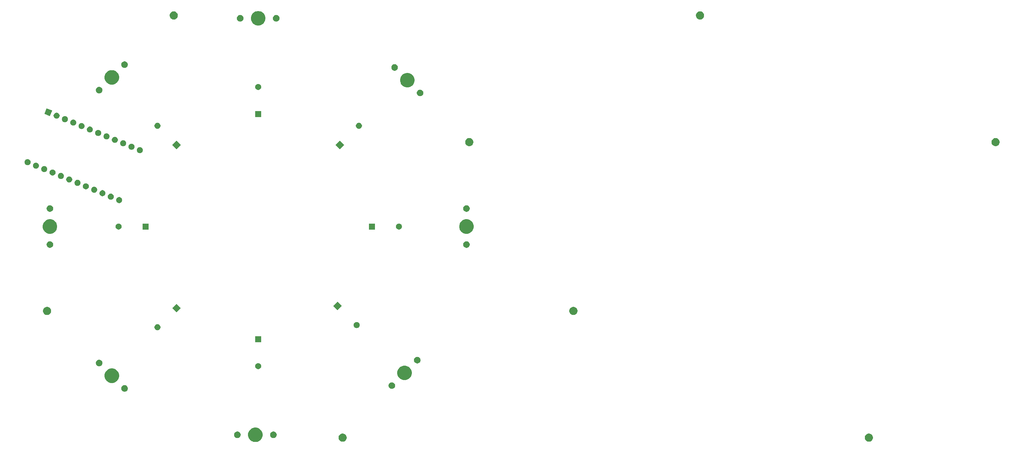
<source format=gbr>
G04 #@! TF.GenerationSoftware,KiCad,Pcbnew,(5.1.5)-3*
G04 #@! TF.CreationDate,2020-04-04T14:42:27-04:00*
G04 #@! TF.ProjectId,OctoPad,4f63746f-5061-4642-9e6b-696361645f70,rev?*
G04 #@! TF.SameCoordinates,Original*
G04 #@! TF.FileFunction,Soldermask,Top*
G04 #@! TF.FilePolarity,Negative*
%FSLAX46Y46*%
G04 Gerber Fmt 4.6, Leading zero omitted, Abs format (unit mm)*
G04 Created by KiCad (PCBNEW (5.1.5)-3) date 2020-04-04 14:42:27*
%MOMM*%
%LPD*%
G04 APERTURE LIST*
%ADD10C,0.100000*%
G04 APERTURE END LIST*
D10*
G36*
X159346474Y-171071184D02*
G01*
X159564474Y-171161483D01*
X159718623Y-171225333D01*
X160053548Y-171449123D01*
X160338377Y-171733952D01*
X160562167Y-172068877D01*
X160594562Y-172147086D01*
X160716316Y-172441026D01*
X160794900Y-172836094D01*
X160794900Y-173238906D01*
X160716316Y-173633974D01*
X160665451Y-173756772D01*
X160562167Y-174006123D01*
X160338377Y-174341048D01*
X160053548Y-174625877D01*
X159718623Y-174849667D01*
X159564474Y-174913517D01*
X159346474Y-175003816D01*
X158951406Y-175082400D01*
X158548594Y-175082400D01*
X158153526Y-175003816D01*
X157935526Y-174913517D01*
X157781377Y-174849667D01*
X157446452Y-174625877D01*
X157161623Y-174341048D01*
X156937833Y-174006123D01*
X156834549Y-173756772D01*
X156783684Y-173633974D01*
X156705100Y-173238906D01*
X156705100Y-172836094D01*
X156783684Y-172441026D01*
X156905438Y-172147086D01*
X156937833Y-172068877D01*
X157161623Y-171733952D01*
X157446452Y-171449123D01*
X157781377Y-171225333D01*
X157935526Y-171161483D01*
X158153526Y-171071184D01*
X158548594Y-170992600D01*
X158951406Y-170992600D01*
X159346474Y-171071184D01*
G37*
G36*
X332012049Y-172702366D02*
G01*
X332123234Y-172724482D01*
X332332703Y-172811247D01*
X332521220Y-172937210D01*
X332681540Y-173097530D01*
X332776004Y-173238906D01*
X332807504Y-173286049D01*
X332894268Y-173495517D01*
X332938500Y-173717885D01*
X332938500Y-173944615D01*
X332926265Y-174006122D01*
X332894268Y-174166984D01*
X332807503Y-174376453D01*
X332681540Y-174564970D01*
X332521220Y-174725290D01*
X332332703Y-174851253D01*
X332123234Y-174938018D01*
X332012049Y-174960134D01*
X331900865Y-174982250D01*
X331674135Y-174982250D01*
X331562951Y-174960134D01*
X331451766Y-174938018D01*
X331242297Y-174851253D01*
X331053780Y-174725290D01*
X330893460Y-174564970D01*
X330767497Y-174376453D01*
X330680732Y-174166984D01*
X330648735Y-174006122D01*
X330636500Y-173944615D01*
X330636500Y-173717885D01*
X330680732Y-173495517D01*
X330767496Y-173286049D01*
X330798996Y-173238906D01*
X330893460Y-173097530D01*
X331053780Y-172937210D01*
X331242297Y-172811247D01*
X331451766Y-172724482D01*
X331562951Y-172702366D01*
X331674135Y-172680250D01*
X331900865Y-172680250D01*
X332012049Y-172702366D01*
G37*
G36*
X183580799Y-172702366D02*
G01*
X183691984Y-172724482D01*
X183901453Y-172811247D01*
X184089970Y-172937210D01*
X184250290Y-173097530D01*
X184344754Y-173238906D01*
X184376254Y-173286049D01*
X184463018Y-173495517D01*
X184507250Y-173717885D01*
X184507250Y-173944615D01*
X184495015Y-174006122D01*
X184463018Y-174166984D01*
X184376253Y-174376453D01*
X184250290Y-174564970D01*
X184089970Y-174725290D01*
X183901453Y-174851253D01*
X183691984Y-174938018D01*
X183580799Y-174960134D01*
X183469615Y-174982250D01*
X183242885Y-174982250D01*
X183131701Y-174960134D01*
X183020516Y-174938018D01*
X182811047Y-174851253D01*
X182622530Y-174725290D01*
X182462210Y-174564970D01*
X182336247Y-174376453D01*
X182249482Y-174166984D01*
X182217485Y-174006122D01*
X182205250Y-173944615D01*
X182205250Y-173717885D01*
X182249482Y-173495517D01*
X182336246Y-173286049D01*
X182367746Y-173238906D01*
X182462210Y-173097530D01*
X182622530Y-172937210D01*
X182811047Y-172811247D01*
X183020516Y-172724482D01*
X183131701Y-172702366D01*
X183242885Y-172680250D01*
X183469615Y-172680250D01*
X183580799Y-172702366D01*
G37*
G36*
X153940104Y-172147085D02*
G01*
X154108626Y-172216889D01*
X154260291Y-172318228D01*
X154389272Y-172447209D01*
X154490611Y-172598874D01*
X154560415Y-172767396D01*
X154596000Y-172946297D01*
X154596000Y-173128703D01*
X154560415Y-173307604D01*
X154490611Y-173476126D01*
X154389272Y-173627791D01*
X154260291Y-173756772D01*
X154108626Y-173858111D01*
X153940104Y-173927915D01*
X153761203Y-173963500D01*
X153578797Y-173963500D01*
X153399896Y-173927915D01*
X153231374Y-173858111D01*
X153079709Y-173756772D01*
X152950728Y-173627791D01*
X152849389Y-173476126D01*
X152779585Y-173307604D01*
X152744000Y-173128703D01*
X152744000Y-172946297D01*
X152779585Y-172767396D01*
X152849389Y-172598874D01*
X152950728Y-172447209D01*
X153079709Y-172318228D01*
X153231374Y-172216889D01*
X153399896Y-172147085D01*
X153578797Y-172111500D01*
X153761203Y-172111500D01*
X153940104Y-172147085D01*
G37*
G36*
X164100104Y-172147085D02*
G01*
X164268626Y-172216889D01*
X164420291Y-172318228D01*
X164549272Y-172447209D01*
X164650611Y-172598874D01*
X164720415Y-172767396D01*
X164756000Y-172946297D01*
X164756000Y-173128703D01*
X164720415Y-173307604D01*
X164650611Y-173476126D01*
X164549272Y-173627791D01*
X164420291Y-173756772D01*
X164268626Y-173858111D01*
X164100104Y-173927915D01*
X163921203Y-173963500D01*
X163738797Y-173963500D01*
X163559896Y-173927915D01*
X163391374Y-173858111D01*
X163239709Y-173756772D01*
X163110728Y-173627791D01*
X163009389Y-173476126D01*
X162939585Y-173307604D01*
X162904000Y-173128703D01*
X162904000Y-172946297D01*
X162939585Y-172767396D01*
X163009389Y-172598874D01*
X163110728Y-172447209D01*
X163239709Y-172318228D01*
X163391374Y-172216889D01*
X163559896Y-172147085D01*
X163738797Y-172111500D01*
X163921203Y-172111500D01*
X164100104Y-172147085D01*
G37*
G36*
X122130956Y-159070437D02*
G01*
X122299478Y-159140241D01*
X122451143Y-159241580D01*
X122580124Y-159370561D01*
X122681463Y-159522226D01*
X122751267Y-159690748D01*
X122786852Y-159869649D01*
X122786852Y-160052055D01*
X122751267Y-160230956D01*
X122681463Y-160399478D01*
X122580124Y-160551143D01*
X122451143Y-160680124D01*
X122299478Y-160781463D01*
X122130956Y-160851267D01*
X121952055Y-160886852D01*
X121769649Y-160886852D01*
X121590748Y-160851267D01*
X121422226Y-160781463D01*
X121270561Y-160680124D01*
X121141580Y-160551143D01*
X121040241Y-160399478D01*
X120970437Y-160230956D01*
X120934852Y-160052055D01*
X120934852Y-159869649D01*
X120970437Y-159690748D01*
X121040241Y-159522226D01*
X121141580Y-159370561D01*
X121270561Y-159241580D01*
X121422226Y-159140241D01*
X121590748Y-159070437D01*
X121769649Y-159034852D01*
X121952055Y-159034852D01*
X122130956Y-159070437D01*
G37*
G36*
X197496752Y-158276687D02*
G01*
X197665274Y-158346491D01*
X197816939Y-158447830D01*
X197945920Y-158576811D01*
X198047259Y-158728476D01*
X198117063Y-158896998D01*
X198152648Y-159075899D01*
X198152648Y-159258305D01*
X198117063Y-159437206D01*
X198047259Y-159605728D01*
X197945920Y-159757393D01*
X197816939Y-159886374D01*
X197665274Y-159987713D01*
X197496752Y-160057517D01*
X197317851Y-160093102D01*
X197135445Y-160093102D01*
X196956544Y-160057517D01*
X196788022Y-159987713D01*
X196636357Y-159886374D01*
X196507376Y-159757393D01*
X196406037Y-159605728D01*
X196336233Y-159437206D01*
X196300648Y-159258305D01*
X196300648Y-159075899D01*
X196336233Y-158896998D01*
X196406037Y-158728476D01*
X196507376Y-158576811D01*
X196636357Y-158447830D01*
X196788022Y-158346491D01*
X196956544Y-158276687D01*
X197135445Y-158241102D01*
X197317851Y-158241102D01*
X197496752Y-158276687D01*
G37*
G36*
X118865224Y-154402434D02*
G01*
X119072510Y-154488295D01*
X119237373Y-154556583D01*
X119572298Y-154780373D01*
X119857127Y-155065202D01*
X120080917Y-155400127D01*
X120080917Y-155400128D01*
X120235066Y-155772276D01*
X120313650Y-156167344D01*
X120313650Y-156570156D01*
X120235066Y-156965224D01*
X120152988Y-157163377D01*
X120080917Y-157337373D01*
X119857127Y-157672298D01*
X119572298Y-157957127D01*
X119237373Y-158180917D01*
X119092073Y-158241102D01*
X118865224Y-158335066D01*
X118470156Y-158413650D01*
X118067344Y-158413650D01*
X117672276Y-158335066D01*
X117445427Y-158241102D01*
X117300127Y-158180917D01*
X116965202Y-157957127D01*
X116680373Y-157672298D01*
X116456583Y-157337373D01*
X116384512Y-157163377D01*
X116302434Y-156965224D01*
X116223850Y-156570156D01*
X116223850Y-156167344D01*
X116302434Y-155772276D01*
X116456583Y-155400128D01*
X116456583Y-155400127D01*
X116680373Y-155065202D01*
X116965202Y-154780373D01*
X117300127Y-154556583D01*
X117464990Y-154488295D01*
X117672276Y-154402434D01*
X118067344Y-154323850D01*
X118470156Y-154323850D01*
X118865224Y-154402434D01*
G37*
G36*
X201415224Y-153608684D02*
G01*
X201556163Y-153667063D01*
X201787373Y-153762833D01*
X202122298Y-153986623D01*
X202407127Y-154271452D01*
X202630917Y-154606377D01*
X202630917Y-154606378D01*
X202785066Y-154978526D01*
X202863650Y-155373594D01*
X202863650Y-155776406D01*
X202785066Y-156171474D01*
X202694767Y-156389474D01*
X202630917Y-156543623D01*
X202407127Y-156878548D01*
X202122298Y-157163377D01*
X201787373Y-157387167D01*
X201633224Y-157451017D01*
X201415224Y-157541316D01*
X201020156Y-157619900D01*
X200617344Y-157619900D01*
X200222276Y-157541316D01*
X200004276Y-157451017D01*
X199850127Y-157387167D01*
X199515202Y-157163377D01*
X199230373Y-156878548D01*
X199006583Y-156543623D01*
X198942733Y-156389474D01*
X198852434Y-156171474D01*
X198773850Y-155776406D01*
X198773850Y-155373594D01*
X198852434Y-154978526D01*
X199006583Y-154606378D01*
X199006583Y-154606377D01*
X199230373Y-154271452D01*
X199515202Y-153986623D01*
X199850127Y-153762833D01*
X200081337Y-153667063D01*
X200222276Y-153608684D01*
X200617344Y-153530100D01*
X201020156Y-153530100D01*
X201415224Y-153608684D01*
G37*
G36*
X159791978Y-152851703D02*
G01*
X159946850Y-152915853D01*
X160086231Y-153008985D01*
X160204765Y-153127519D01*
X160297897Y-153266900D01*
X160362047Y-153421772D01*
X160394750Y-153586184D01*
X160394750Y-153753816D01*
X160362047Y-153918228D01*
X160297897Y-154073100D01*
X160204765Y-154212481D01*
X160086231Y-154331015D01*
X159946850Y-154424147D01*
X159791978Y-154488297D01*
X159627566Y-154521000D01*
X159459934Y-154521000D01*
X159295522Y-154488297D01*
X159140650Y-154424147D01*
X159001269Y-154331015D01*
X158882735Y-154212481D01*
X158789603Y-154073100D01*
X158725453Y-153918228D01*
X158692750Y-153753816D01*
X158692750Y-153586184D01*
X158725453Y-153421772D01*
X158789603Y-153266900D01*
X158882735Y-153127519D01*
X159001269Y-153008985D01*
X159140650Y-152915853D01*
X159295522Y-152851703D01*
X159459934Y-152819000D01*
X159627566Y-152819000D01*
X159791978Y-152851703D01*
G37*
G36*
X114946752Y-151886233D02*
G01*
X115115274Y-151956037D01*
X115266939Y-152057376D01*
X115395920Y-152186357D01*
X115497259Y-152338022D01*
X115567063Y-152506544D01*
X115602648Y-152685445D01*
X115602648Y-152867851D01*
X115567063Y-153046752D01*
X115497259Y-153215274D01*
X115395920Y-153366939D01*
X115266939Y-153495920D01*
X115115274Y-153597259D01*
X114946752Y-153667063D01*
X114767851Y-153702648D01*
X114585445Y-153702648D01*
X114406544Y-153667063D01*
X114238022Y-153597259D01*
X114086357Y-153495920D01*
X113957376Y-153366939D01*
X113856037Y-153215274D01*
X113786233Y-153046752D01*
X113750648Y-152867851D01*
X113750648Y-152685445D01*
X113786233Y-152506544D01*
X113856037Y-152338022D01*
X113957376Y-152186357D01*
X114086357Y-152057376D01*
X114238022Y-151956037D01*
X114406544Y-151886233D01*
X114585445Y-151850648D01*
X114767851Y-151850648D01*
X114946752Y-151886233D01*
G37*
G36*
X204680956Y-151092483D02*
G01*
X204849478Y-151162287D01*
X205001143Y-151263626D01*
X205130124Y-151392607D01*
X205231463Y-151544272D01*
X205301267Y-151712794D01*
X205336852Y-151891695D01*
X205336852Y-152074101D01*
X205301267Y-152253002D01*
X205231463Y-152421524D01*
X205130124Y-152573189D01*
X205001143Y-152702170D01*
X204849478Y-152803509D01*
X204680956Y-152873313D01*
X204502055Y-152908898D01*
X204319649Y-152908898D01*
X204140748Y-152873313D01*
X203972226Y-152803509D01*
X203820561Y-152702170D01*
X203691580Y-152573189D01*
X203590241Y-152421524D01*
X203520437Y-152253002D01*
X203484852Y-152074101D01*
X203484852Y-151891695D01*
X203520437Y-151712794D01*
X203590241Y-151544272D01*
X203691580Y-151392607D01*
X203820561Y-151263626D01*
X203972226Y-151162287D01*
X204140748Y-151092483D01*
X204319649Y-151056898D01*
X204502055Y-151056898D01*
X204680956Y-151092483D01*
G37*
G36*
X160394750Y-146901000D02*
G01*
X158692750Y-146901000D01*
X158692750Y-145199000D01*
X160394750Y-145199000D01*
X160394750Y-146901000D01*
G37*
G36*
X131385074Y-141888607D02*
G01*
X131539946Y-141952757D01*
X131679327Y-142045889D01*
X131797861Y-142164423D01*
X131890993Y-142303804D01*
X131955143Y-142458676D01*
X131987846Y-142623088D01*
X131987846Y-142790720D01*
X131955143Y-142955132D01*
X131890993Y-143110004D01*
X131797861Y-143249385D01*
X131679327Y-143367919D01*
X131539946Y-143461051D01*
X131385074Y-143525201D01*
X131220662Y-143557904D01*
X131053030Y-143557904D01*
X130888618Y-143525201D01*
X130733746Y-143461051D01*
X130594365Y-143367919D01*
X130475831Y-143249385D01*
X130382699Y-143110004D01*
X130318549Y-142955132D01*
X130285846Y-142790720D01*
X130285846Y-142623088D01*
X130318549Y-142458676D01*
X130382699Y-142303804D01*
X130475831Y-142164423D01*
X130594365Y-142045889D01*
X130733746Y-141952757D01*
X130888618Y-141888607D01*
X131053030Y-141855904D01*
X131220662Y-141855904D01*
X131385074Y-141888607D01*
G37*
G36*
X187573228Y-141262953D02*
G01*
X187728100Y-141327103D01*
X187867481Y-141420235D01*
X187986015Y-141538769D01*
X188079147Y-141678150D01*
X188143297Y-141833022D01*
X188176000Y-141997434D01*
X188176000Y-142165066D01*
X188143297Y-142329478D01*
X188079147Y-142484350D01*
X187986015Y-142623731D01*
X187867481Y-142742265D01*
X187728100Y-142835397D01*
X187573228Y-142899547D01*
X187408816Y-142932250D01*
X187241184Y-142932250D01*
X187076772Y-142899547D01*
X186921900Y-142835397D01*
X186782519Y-142742265D01*
X186663985Y-142623731D01*
X186570853Y-142484350D01*
X186506703Y-142329478D01*
X186474000Y-142165066D01*
X186474000Y-141997434D01*
X186506703Y-141833022D01*
X186570853Y-141678150D01*
X186663985Y-141538769D01*
X186782519Y-141420235D01*
X186921900Y-141327103D01*
X187076772Y-141262953D01*
X187241184Y-141230250D01*
X187408816Y-141230250D01*
X187573228Y-141262953D01*
G37*
G36*
X248668299Y-136983616D02*
G01*
X248779484Y-137005732D01*
X248988953Y-137092497D01*
X249177470Y-137218460D01*
X249337790Y-137378780D01*
X249463753Y-137567297D01*
X249550518Y-137776766D01*
X249594750Y-137999136D01*
X249594750Y-138225864D01*
X249550518Y-138448234D01*
X249463753Y-138657703D01*
X249337790Y-138846220D01*
X249177470Y-139006540D01*
X248988953Y-139132503D01*
X248779484Y-139219268D01*
X248668299Y-139241384D01*
X248557115Y-139263500D01*
X248330385Y-139263500D01*
X248219201Y-139241384D01*
X248108016Y-139219268D01*
X247898547Y-139132503D01*
X247710030Y-139006540D01*
X247549710Y-138846220D01*
X247423747Y-138657703D01*
X247336982Y-138448234D01*
X247292750Y-138225864D01*
X247292750Y-137999136D01*
X247336982Y-137776766D01*
X247423747Y-137567297D01*
X247549710Y-137378780D01*
X247710030Y-137218460D01*
X247898547Y-137092497D01*
X248108016Y-137005732D01*
X248219201Y-136983616D01*
X248330385Y-136961500D01*
X248557115Y-136961500D01*
X248668299Y-136983616D01*
G37*
G36*
X100237049Y-136983616D02*
G01*
X100348234Y-137005732D01*
X100557703Y-137092497D01*
X100746220Y-137218460D01*
X100906540Y-137378780D01*
X101032503Y-137567297D01*
X101119268Y-137776766D01*
X101163500Y-137999136D01*
X101163500Y-138225864D01*
X101119268Y-138448234D01*
X101032503Y-138657703D01*
X100906540Y-138846220D01*
X100746220Y-139006540D01*
X100557703Y-139132503D01*
X100348234Y-139219268D01*
X100237049Y-139241384D01*
X100125865Y-139263500D01*
X99899135Y-139263500D01*
X99787951Y-139241384D01*
X99676766Y-139219268D01*
X99467297Y-139132503D01*
X99278780Y-139006540D01*
X99118460Y-138846220D01*
X98992497Y-138657703D01*
X98905732Y-138448234D01*
X98861500Y-138225864D01*
X98861500Y-137999136D01*
X98905732Y-137776766D01*
X98992497Y-137567297D01*
X99118460Y-137378780D01*
X99278780Y-137218460D01*
X99467297Y-137092497D01*
X99676766Y-137005732D01*
X99787951Y-136983616D01*
X99899135Y-136961500D01*
X100125865Y-136961500D01*
X100237049Y-136983616D01*
G37*
G36*
X137728496Y-137318750D02*
G01*
X136525000Y-138522246D01*
X135321504Y-137318750D01*
X136525000Y-136115254D01*
X137728496Y-137318750D01*
G37*
G36*
X183140342Y-136693096D02*
G01*
X181936846Y-137896592D01*
X180733350Y-136693096D01*
X181936846Y-135489600D01*
X183140342Y-136693096D01*
G37*
G36*
X218551354Y-118489585D02*
G01*
X218719876Y-118559389D01*
X218871541Y-118660728D01*
X219000522Y-118789709D01*
X219101861Y-118941374D01*
X219171665Y-119109896D01*
X219207250Y-119288797D01*
X219207250Y-119471203D01*
X219171665Y-119650104D01*
X219101861Y-119818626D01*
X219000522Y-119970291D01*
X218871541Y-120099272D01*
X218719876Y-120200611D01*
X218551354Y-120270415D01*
X218372453Y-120306000D01*
X218190047Y-120306000D01*
X218011146Y-120270415D01*
X217842624Y-120200611D01*
X217690959Y-120099272D01*
X217561978Y-119970291D01*
X217460639Y-119818626D01*
X217390835Y-119650104D01*
X217355250Y-119471203D01*
X217355250Y-119288797D01*
X217390835Y-119109896D01*
X217460639Y-118941374D01*
X217561978Y-118789709D01*
X217690959Y-118660728D01*
X217842624Y-118559389D01*
X218011146Y-118489585D01*
X218190047Y-118454000D01*
X218372453Y-118454000D01*
X218551354Y-118489585D01*
G37*
G36*
X101076354Y-118489585D02*
G01*
X101244876Y-118559389D01*
X101396541Y-118660728D01*
X101525522Y-118789709D01*
X101626861Y-118941374D01*
X101696665Y-119109896D01*
X101732250Y-119288797D01*
X101732250Y-119471203D01*
X101696665Y-119650104D01*
X101626861Y-119818626D01*
X101525522Y-119970291D01*
X101396541Y-120099272D01*
X101244876Y-120200611D01*
X101076354Y-120270415D01*
X100897453Y-120306000D01*
X100715047Y-120306000D01*
X100536146Y-120270415D01*
X100367624Y-120200611D01*
X100215959Y-120099272D01*
X100086978Y-119970291D01*
X99985639Y-119818626D01*
X99915835Y-119650104D01*
X99880250Y-119471203D01*
X99880250Y-119288797D01*
X99915835Y-119109896D01*
X99985639Y-118941374D01*
X100086978Y-118789709D01*
X100215959Y-118660728D01*
X100367624Y-118559389D01*
X100536146Y-118489585D01*
X100715047Y-118454000D01*
X100897453Y-118454000D01*
X101076354Y-118489585D01*
G37*
G36*
X101402724Y-112333684D02*
G01*
X101620724Y-112423983D01*
X101774873Y-112487833D01*
X102109798Y-112711623D01*
X102394627Y-112996452D01*
X102618417Y-113331377D01*
X102618417Y-113331378D01*
X102772566Y-113703526D01*
X102851150Y-114098594D01*
X102851150Y-114501406D01*
X102772566Y-114896474D01*
X102707255Y-115054148D01*
X102618417Y-115268623D01*
X102394627Y-115603548D01*
X102109798Y-115888377D01*
X101774873Y-116112167D01*
X101620724Y-116176017D01*
X101402724Y-116266316D01*
X101007656Y-116344900D01*
X100604844Y-116344900D01*
X100209776Y-116266316D01*
X99991776Y-116176017D01*
X99837627Y-116112167D01*
X99502702Y-115888377D01*
X99217873Y-115603548D01*
X98994083Y-115268623D01*
X98905245Y-115054148D01*
X98839934Y-114896474D01*
X98761350Y-114501406D01*
X98761350Y-114098594D01*
X98839934Y-113703526D01*
X98994083Y-113331378D01*
X98994083Y-113331377D01*
X99217873Y-112996452D01*
X99502702Y-112711623D01*
X99837627Y-112487833D01*
X99991776Y-112423983D01*
X100209776Y-112333684D01*
X100604844Y-112255100D01*
X101007656Y-112255100D01*
X101402724Y-112333684D01*
G37*
G36*
X218877724Y-112333684D02*
G01*
X219095724Y-112423983D01*
X219249873Y-112487833D01*
X219584798Y-112711623D01*
X219869627Y-112996452D01*
X220093417Y-113331377D01*
X220093417Y-113331378D01*
X220247566Y-113703526D01*
X220326150Y-114098594D01*
X220326150Y-114501406D01*
X220247566Y-114896474D01*
X220182255Y-115054148D01*
X220093417Y-115268623D01*
X219869627Y-115603548D01*
X219584798Y-115888377D01*
X219249873Y-116112167D01*
X219095724Y-116176017D01*
X218877724Y-116266316D01*
X218482656Y-116344900D01*
X218079844Y-116344900D01*
X217684776Y-116266316D01*
X217466776Y-116176017D01*
X217312627Y-116112167D01*
X216977702Y-115888377D01*
X216692873Y-115603548D01*
X216469083Y-115268623D01*
X216380245Y-115054148D01*
X216314934Y-114896474D01*
X216236350Y-114501406D01*
X216236350Y-114098594D01*
X216314934Y-113703526D01*
X216469083Y-113331378D01*
X216469083Y-113331377D01*
X216692873Y-112996452D01*
X216977702Y-112711623D01*
X217312627Y-112487833D01*
X217466776Y-112423983D01*
X217684776Y-112333684D01*
X218079844Y-112255100D01*
X218482656Y-112255100D01*
X218877724Y-112333684D01*
G37*
G36*
X120421978Y-113481703D02*
G01*
X120576850Y-113545853D01*
X120716231Y-113638985D01*
X120834765Y-113757519D01*
X120927897Y-113896900D01*
X120992047Y-114051772D01*
X121024750Y-114216184D01*
X121024750Y-114383816D01*
X120992047Y-114548228D01*
X120927897Y-114703100D01*
X120834765Y-114842481D01*
X120716231Y-114961015D01*
X120576850Y-115054147D01*
X120421978Y-115118297D01*
X120257566Y-115151000D01*
X120089934Y-115151000D01*
X119925522Y-115118297D01*
X119770650Y-115054147D01*
X119631269Y-114961015D01*
X119512735Y-114842481D01*
X119419603Y-114703100D01*
X119355453Y-114548228D01*
X119322750Y-114383816D01*
X119322750Y-114216184D01*
X119355453Y-114051772D01*
X119419603Y-113896900D01*
X119512735Y-113757519D01*
X119631269Y-113638985D01*
X119770650Y-113545853D01*
X119925522Y-113481703D01*
X120089934Y-113449000D01*
X120257566Y-113449000D01*
X120421978Y-113481703D01*
G37*
G36*
X192462250Y-115151000D02*
G01*
X190760250Y-115151000D01*
X190760250Y-113449000D01*
X192462250Y-113449000D01*
X192462250Y-115151000D01*
G37*
G36*
X199479478Y-113481703D02*
G01*
X199634350Y-113545853D01*
X199773731Y-113638985D01*
X199892265Y-113757519D01*
X199985397Y-113896900D01*
X200049547Y-114051772D01*
X200082250Y-114216184D01*
X200082250Y-114383816D01*
X200049547Y-114548228D01*
X199985397Y-114703100D01*
X199892265Y-114842481D01*
X199773731Y-114961015D01*
X199634350Y-115054147D01*
X199479478Y-115118297D01*
X199315066Y-115151000D01*
X199147434Y-115151000D01*
X198983022Y-115118297D01*
X198828150Y-115054147D01*
X198688769Y-114961015D01*
X198570235Y-114842481D01*
X198477103Y-114703100D01*
X198412953Y-114548228D01*
X198380250Y-114383816D01*
X198380250Y-114216184D01*
X198412953Y-114051772D01*
X198477103Y-113896900D01*
X198570235Y-113757519D01*
X198688769Y-113638985D01*
X198828150Y-113545853D01*
X198983022Y-113481703D01*
X199147434Y-113449000D01*
X199315066Y-113449000D01*
X199479478Y-113481703D01*
G37*
G36*
X128644750Y-115151000D02*
G01*
X126942750Y-115151000D01*
X126942750Y-113449000D01*
X128644750Y-113449000D01*
X128644750Y-115151000D01*
G37*
G36*
X101076354Y-108329585D02*
G01*
X101244876Y-108399389D01*
X101396541Y-108500728D01*
X101525522Y-108629709D01*
X101626861Y-108781374D01*
X101696665Y-108949896D01*
X101732250Y-109128797D01*
X101732250Y-109311203D01*
X101696665Y-109490104D01*
X101626861Y-109658626D01*
X101525522Y-109810291D01*
X101396541Y-109939272D01*
X101244876Y-110040611D01*
X101076354Y-110110415D01*
X100897453Y-110146000D01*
X100715047Y-110146000D01*
X100536146Y-110110415D01*
X100367624Y-110040611D01*
X100215959Y-109939272D01*
X100086978Y-109810291D01*
X99985639Y-109658626D01*
X99915835Y-109490104D01*
X99880250Y-109311203D01*
X99880250Y-109128797D01*
X99915835Y-108949896D01*
X99985639Y-108781374D01*
X100086978Y-108629709D01*
X100215959Y-108500728D01*
X100367624Y-108399389D01*
X100536146Y-108329585D01*
X100715047Y-108294000D01*
X100897453Y-108294000D01*
X101076354Y-108329585D01*
G37*
G36*
X218551354Y-108329585D02*
G01*
X218719876Y-108399389D01*
X218871541Y-108500728D01*
X219000522Y-108629709D01*
X219101861Y-108781374D01*
X219171665Y-108949896D01*
X219207250Y-109128797D01*
X219207250Y-109311203D01*
X219171665Y-109490104D01*
X219101861Y-109658626D01*
X219000522Y-109810291D01*
X218871541Y-109939272D01*
X218719876Y-110040611D01*
X218551354Y-110110415D01*
X218372453Y-110146000D01*
X218190047Y-110146000D01*
X218011146Y-110110415D01*
X217842624Y-110040611D01*
X217690959Y-109939272D01*
X217561978Y-109810291D01*
X217460639Y-109658626D01*
X217390835Y-109490104D01*
X217355250Y-109311203D01*
X217355250Y-109128797D01*
X217390835Y-108949896D01*
X217460639Y-108781374D01*
X217561978Y-108629709D01*
X217690959Y-108500728D01*
X217842624Y-108399389D01*
X218011146Y-108329585D01*
X218190047Y-108294000D01*
X218372453Y-108294000D01*
X218551354Y-108329585D01*
G37*
G36*
X120570027Y-106024003D02*
G01*
X120724899Y-106088153D01*
X120864280Y-106181285D01*
X120982814Y-106299819D01*
X121075946Y-106439200D01*
X121140096Y-106594072D01*
X121172799Y-106758484D01*
X121172799Y-106926116D01*
X121140096Y-107090528D01*
X121075946Y-107245400D01*
X120982814Y-107384781D01*
X120864280Y-107503315D01*
X120724899Y-107596447D01*
X120570027Y-107660597D01*
X120405615Y-107693300D01*
X120237983Y-107693300D01*
X120073571Y-107660597D01*
X119918699Y-107596447D01*
X119779318Y-107503315D01*
X119660784Y-107384781D01*
X119567652Y-107245400D01*
X119503502Y-107090528D01*
X119470799Y-106926116D01*
X119470799Y-106758484D01*
X119503502Y-106594072D01*
X119567652Y-106439200D01*
X119660784Y-106299819D01*
X119779318Y-106181285D01*
X119918699Y-106088153D01*
X120073571Y-106024003D01*
X120237983Y-105991300D01*
X120405615Y-105991300D01*
X120570027Y-106024003D01*
G37*
G36*
X118223373Y-105051987D02*
G01*
X118378245Y-105116137D01*
X118517626Y-105209269D01*
X118636160Y-105327803D01*
X118729292Y-105467184D01*
X118793442Y-105622056D01*
X118826145Y-105786468D01*
X118826145Y-105954100D01*
X118793442Y-106118512D01*
X118729292Y-106273384D01*
X118636160Y-106412765D01*
X118517626Y-106531299D01*
X118378245Y-106624431D01*
X118223373Y-106688581D01*
X118058961Y-106721284D01*
X117891329Y-106721284D01*
X117726917Y-106688581D01*
X117572045Y-106624431D01*
X117432664Y-106531299D01*
X117314130Y-106412765D01*
X117220998Y-106273384D01*
X117156848Y-106118512D01*
X117124145Y-105954100D01*
X117124145Y-105786468D01*
X117156848Y-105622056D01*
X117220998Y-105467184D01*
X117314130Y-105327803D01*
X117432664Y-105209269D01*
X117572045Y-105116137D01*
X117726917Y-105051987D01*
X117891329Y-105019284D01*
X118058961Y-105019284D01*
X118223373Y-105051987D01*
G37*
G36*
X115876719Y-104079971D02*
G01*
X116031591Y-104144121D01*
X116170972Y-104237253D01*
X116289506Y-104355787D01*
X116382638Y-104495168D01*
X116446788Y-104650040D01*
X116479491Y-104814452D01*
X116479491Y-104982084D01*
X116446788Y-105146496D01*
X116382638Y-105301368D01*
X116289506Y-105440749D01*
X116170972Y-105559283D01*
X116031591Y-105652415D01*
X115876719Y-105716565D01*
X115712307Y-105749268D01*
X115544675Y-105749268D01*
X115380263Y-105716565D01*
X115225391Y-105652415D01*
X115086010Y-105559283D01*
X114967476Y-105440749D01*
X114874344Y-105301368D01*
X114810194Y-105146496D01*
X114777491Y-104982084D01*
X114777491Y-104814452D01*
X114810194Y-104650040D01*
X114874344Y-104495168D01*
X114967476Y-104355787D01*
X115086010Y-104237253D01*
X115225391Y-104144121D01*
X115380263Y-104079971D01*
X115544675Y-104047268D01*
X115712307Y-104047268D01*
X115876719Y-104079971D01*
G37*
G36*
X113530065Y-103107955D02*
G01*
X113684937Y-103172105D01*
X113824318Y-103265237D01*
X113942852Y-103383771D01*
X114035984Y-103523152D01*
X114100134Y-103678024D01*
X114132837Y-103842436D01*
X114132837Y-104010068D01*
X114100134Y-104174480D01*
X114035984Y-104329352D01*
X113942852Y-104468733D01*
X113824318Y-104587267D01*
X113684937Y-104680399D01*
X113530065Y-104744549D01*
X113365653Y-104777252D01*
X113198021Y-104777252D01*
X113033609Y-104744549D01*
X112878737Y-104680399D01*
X112739356Y-104587267D01*
X112620822Y-104468733D01*
X112527690Y-104329352D01*
X112463540Y-104174480D01*
X112430837Y-104010068D01*
X112430837Y-103842436D01*
X112463540Y-103678024D01*
X112527690Y-103523152D01*
X112620822Y-103383771D01*
X112739356Y-103265237D01*
X112878737Y-103172105D01*
X113033609Y-103107955D01*
X113198021Y-103075252D01*
X113365653Y-103075252D01*
X113530065Y-103107955D01*
G37*
G36*
X111183411Y-102135939D02*
G01*
X111338283Y-102200089D01*
X111477664Y-102293221D01*
X111596198Y-102411755D01*
X111689330Y-102551136D01*
X111753480Y-102706008D01*
X111786183Y-102870420D01*
X111786183Y-103038052D01*
X111753480Y-103202464D01*
X111689330Y-103357336D01*
X111596198Y-103496717D01*
X111477664Y-103615251D01*
X111338283Y-103708383D01*
X111183411Y-103772533D01*
X111018999Y-103805236D01*
X110851367Y-103805236D01*
X110686955Y-103772533D01*
X110532083Y-103708383D01*
X110392702Y-103615251D01*
X110274168Y-103496717D01*
X110181036Y-103357336D01*
X110116886Y-103202464D01*
X110084183Y-103038052D01*
X110084183Y-102870420D01*
X110116886Y-102706008D01*
X110181036Y-102551136D01*
X110274168Y-102411755D01*
X110392702Y-102293221D01*
X110532083Y-102200089D01*
X110686955Y-102135939D01*
X110851367Y-102103236D01*
X111018999Y-102103236D01*
X111183411Y-102135939D01*
G37*
G36*
X108836757Y-101163923D02*
G01*
X108991629Y-101228073D01*
X109131010Y-101321205D01*
X109249544Y-101439739D01*
X109342676Y-101579120D01*
X109406826Y-101733992D01*
X109439529Y-101898404D01*
X109439529Y-102066036D01*
X109406826Y-102230448D01*
X109342676Y-102385320D01*
X109249544Y-102524701D01*
X109131010Y-102643235D01*
X108991629Y-102736367D01*
X108836757Y-102800517D01*
X108672345Y-102833220D01*
X108504713Y-102833220D01*
X108340301Y-102800517D01*
X108185429Y-102736367D01*
X108046048Y-102643235D01*
X107927514Y-102524701D01*
X107834382Y-102385320D01*
X107770232Y-102230448D01*
X107737529Y-102066036D01*
X107737529Y-101898404D01*
X107770232Y-101733992D01*
X107834382Y-101579120D01*
X107927514Y-101439739D01*
X108046048Y-101321205D01*
X108185429Y-101228073D01*
X108340301Y-101163923D01*
X108504713Y-101131220D01*
X108672345Y-101131220D01*
X108836757Y-101163923D01*
G37*
G36*
X106490103Y-100191907D02*
G01*
X106644975Y-100256057D01*
X106784356Y-100349189D01*
X106902890Y-100467723D01*
X106996022Y-100607104D01*
X107060172Y-100761976D01*
X107092875Y-100926388D01*
X107092875Y-101094020D01*
X107060172Y-101258432D01*
X106996022Y-101413304D01*
X106902890Y-101552685D01*
X106784356Y-101671219D01*
X106644975Y-101764351D01*
X106490103Y-101828501D01*
X106325691Y-101861204D01*
X106158059Y-101861204D01*
X105993647Y-101828501D01*
X105838775Y-101764351D01*
X105699394Y-101671219D01*
X105580860Y-101552685D01*
X105487728Y-101413304D01*
X105423578Y-101258432D01*
X105390875Y-101094020D01*
X105390875Y-100926388D01*
X105423578Y-100761976D01*
X105487728Y-100607104D01*
X105580860Y-100467723D01*
X105699394Y-100349189D01*
X105838775Y-100256057D01*
X105993647Y-100191907D01*
X106158059Y-100159204D01*
X106325691Y-100159204D01*
X106490103Y-100191907D01*
G37*
G36*
X104143449Y-99219891D02*
G01*
X104298321Y-99284041D01*
X104437702Y-99377173D01*
X104556236Y-99495707D01*
X104649368Y-99635088D01*
X104713518Y-99789960D01*
X104746221Y-99954372D01*
X104746221Y-100122004D01*
X104713518Y-100286416D01*
X104649368Y-100441288D01*
X104556236Y-100580669D01*
X104437702Y-100699203D01*
X104298321Y-100792335D01*
X104143449Y-100856485D01*
X103979037Y-100889188D01*
X103811405Y-100889188D01*
X103646993Y-100856485D01*
X103492121Y-100792335D01*
X103352740Y-100699203D01*
X103234206Y-100580669D01*
X103141074Y-100441288D01*
X103076924Y-100286416D01*
X103044221Y-100122004D01*
X103044221Y-99954372D01*
X103076924Y-99789960D01*
X103141074Y-99635088D01*
X103234206Y-99495707D01*
X103352740Y-99377173D01*
X103492121Y-99284041D01*
X103646993Y-99219891D01*
X103811405Y-99187188D01*
X103979037Y-99187188D01*
X104143449Y-99219891D01*
G37*
G36*
X101796795Y-98247875D02*
G01*
X101951667Y-98312025D01*
X102091048Y-98405157D01*
X102209582Y-98523691D01*
X102302714Y-98663072D01*
X102366864Y-98817944D01*
X102399567Y-98982356D01*
X102399567Y-99149988D01*
X102366864Y-99314400D01*
X102302714Y-99469272D01*
X102209582Y-99608653D01*
X102091048Y-99727187D01*
X101951667Y-99820319D01*
X101796795Y-99884469D01*
X101632383Y-99917172D01*
X101464751Y-99917172D01*
X101300339Y-99884469D01*
X101145467Y-99820319D01*
X101006086Y-99727187D01*
X100887552Y-99608653D01*
X100794420Y-99469272D01*
X100730270Y-99314400D01*
X100697567Y-99149988D01*
X100697567Y-98982356D01*
X100730270Y-98817944D01*
X100794420Y-98663072D01*
X100887552Y-98523691D01*
X101006086Y-98405157D01*
X101145467Y-98312025D01*
X101300339Y-98247875D01*
X101464751Y-98215172D01*
X101632383Y-98215172D01*
X101796795Y-98247875D01*
G37*
G36*
X99450141Y-97275859D02*
G01*
X99605013Y-97340009D01*
X99744394Y-97433141D01*
X99862928Y-97551675D01*
X99956060Y-97691056D01*
X100020210Y-97845928D01*
X100052913Y-98010340D01*
X100052913Y-98177972D01*
X100020210Y-98342384D01*
X99956060Y-98497256D01*
X99862928Y-98636637D01*
X99744394Y-98755171D01*
X99605013Y-98848303D01*
X99450141Y-98912453D01*
X99285729Y-98945156D01*
X99118097Y-98945156D01*
X98953685Y-98912453D01*
X98798813Y-98848303D01*
X98659432Y-98755171D01*
X98540898Y-98636637D01*
X98447766Y-98497256D01*
X98383616Y-98342384D01*
X98350913Y-98177972D01*
X98350913Y-98010340D01*
X98383616Y-97845928D01*
X98447766Y-97691056D01*
X98540898Y-97551675D01*
X98659432Y-97433141D01*
X98798813Y-97340009D01*
X98953685Y-97275859D01*
X99118097Y-97243156D01*
X99285729Y-97243156D01*
X99450141Y-97275859D01*
G37*
G36*
X97103487Y-96303843D02*
G01*
X97258359Y-96367993D01*
X97397740Y-96461125D01*
X97516274Y-96579659D01*
X97609406Y-96719040D01*
X97673556Y-96873912D01*
X97706259Y-97038324D01*
X97706259Y-97205956D01*
X97673556Y-97370368D01*
X97609406Y-97525240D01*
X97516274Y-97664621D01*
X97397740Y-97783155D01*
X97258359Y-97876287D01*
X97103487Y-97940437D01*
X96939075Y-97973140D01*
X96771443Y-97973140D01*
X96607031Y-97940437D01*
X96452159Y-97876287D01*
X96312778Y-97783155D01*
X96194244Y-97664621D01*
X96101112Y-97525240D01*
X96036962Y-97370368D01*
X96004259Y-97205956D01*
X96004259Y-97038324D01*
X96036962Y-96873912D01*
X96101112Y-96719040D01*
X96194244Y-96579659D01*
X96312778Y-96461125D01*
X96452159Y-96367993D01*
X96607031Y-96303843D01*
X96771443Y-96271140D01*
X96939075Y-96271140D01*
X97103487Y-96303843D01*
G37*
G36*
X94756833Y-95331827D02*
G01*
X94911705Y-95395977D01*
X95051086Y-95489109D01*
X95169620Y-95607643D01*
X95262752Y-95747024D01*
X95326902Y-95901896D01*
X95359605Y-96066308D01*
X95359605Y-96233940D01*
X95326902Y-96398352D01*
X95262752Y-96553224D01*
X95169620Y-96692605D01*
X95051086Y-96811139D01*
X94911705Y-96904271D01*
X94756833Y-96968421D01*
X94592421Y-97001124D01*
X94424789Y-97001124D01*
X94260377Y-96968421D01*
X94105505Y-96904271D01*
X93966124Y-96811139D01*
X93847590Y-96692605D01*
X93754458Y-96553224D01*
X93690308Y-96398352D01*
X93657605Y-96233940D01*
X93657605Y-96066308D01*
X93690308Y-95901896D01*
X93754458Y-95747024D01*
X93847590Y-95607643D01*
X93966124Y-95489109D01*
X94105505Y-95395977D01*
X94260377Y-95331827D01*
X94424789Y-95299124D01*
X94592421Y-95299124D01*
X94756833Y-95331827D01*
G37*
G36*
X126402123Y-91944079D02*
G01*
X126556995Y-92008229D01*
X126696376Y-92101361D01*
X126814910Y-92219895D01*
X126908042Y-92359276D01*
X126972192Y-92514148D01*
X127004895Y-92678560D01*
X127004895Y-92846192D01*
X126972192Y-93010604D01*
X126908042Y-93165476D01*
X126814910Y-93304857D01*
X126696376Y-93423391D01*
X126556995Y-93516523D01*
X126402123Y-93580673D01*
X126237711Y-93613376D01*
X126070079Y-93613376D01*
X125905667Y-93580673D01*
X125750795Y-93516523D01*
X125611414Y-93423391D01*
X125492880Y-93304857D01*
X125399748Y-93165476D01*
X125335598Y-93010604D01*
X125302895Y-92846192D01*
X125302895Y-92678560D01*
X125335598Y-92514148D01*
X125399748Y-92359276D01*
X125492880Y-92219895D01*
X125611414Y-92101361D01*
X125750795Y-92008229D01*
X125905667Y-91944079D01*
X126070079Y-91911376D01*
X126237711Y-91911376D01*
X126402123Y-91944079D01*
G37*
G36*
X124055469Y-90972063D02*
G01*
X124210341Y-91036213D01*
X124349722Y-91129345D01*
X124468256Y-91247879D01*
X124561388Y-91387260D01*
X124625538Y-91542132D01*
X124658241Y-91706544D01*
X124658241Y-91874176D01*
X124625538Y-92038588D01*
X124561388Y-92193460D01*
X124468256Y-92332841D01*
X124349722Y-92451375D01*
X124210341Y-92544507D01*
X124055469Y-92608657D01*
X123891057Y-92641360D01*
X123723425Y-92641360D01*
X123559013Y-92608657D01*
X123404141Y-92544507D01*
X123264760Y-92451375D01*
X123146226Y-92332841D01*
X123053094Y-92193460D01*
X122988944Y-92038588D01*
X122956241Y-91874176D01*
X122956241Y-91706544D01*
X122988944Y-91542132D01*
X123053094Y-91387260D01*
X123146226Y-91247879D01*
X123264760Y-91129345D01*
X123404141Y-91036213D01*
X123559013Y-90972063D01*
X123723425Y-90939360D01*
X123891057Y-90939360D01*
X124055469Y-90972063D01*
G37*
G36*
X183765996Y-91281250D02*
G01*
X182562500Y-92484746D01*
X181359004Y-91281250D01*
X182562500Y-90077754D01*
X183765996Y-91281250D01*
G37*
G36*
X137728496Y-91281250D02*
G01*
X136525000Y-92484746D01*
X135321504Y-91281250D01*
X136525000Y-90077754D01*
X137728496Y-91281250D01*
G37*
G36*
X121708815Y-90000047D02*
G01*
X121863687Y-90064197D01*
X122003068Y-90157329D01*
X122121602Y-90275863D01*
X122214734Y-90415244D01*
X122278884Y-90570116D01*
X122311587Y-90734528D01*
X122311587Y-90902160D01*
X122278884Y-91066572D01*
X122214734Y-91221444D01*
X122121602Y-91360825D01*
X122003068Y-91479359D01*
X121863687Y-91572491D01*
X121708815Y-91636641D01*
X121544403Y-91669344D01*
X121376771Y-91669344D01*
X121212359Y-91636641D01*
X121057487Y-91572491D01*
X120918106Y-91479359D01*
X120799572Y-91360825D01*
X120706440Y-91221444D01*
X120642290Y-91066572D01*
X120609587Y-90902160D01*
X120609587Y-90734528D01*
X120642290Y-90570116D01*
X120706440Y-90415244D01*
X120799572Y-90275863D01*
X120918106Y-90157329D01*
X121057487Y-90064197D01*
X121212359Y-90000047D01*
X121376771Y-89967344D01*
X121544403Y-89967344D01*
X121708815Y-90000047D01*
G37*
G36*
X219299549Y-89358616D02*
G01*
X219410734Y-89380732D01*
X219620203Y-89467497D01*
X219808720Y-89593460D01*
X219969040Y-89753780D01*
X220095003Y-89942297D01*
X220181768Y-90151766D01*
X220226000Y-90374136D01*
X220226000Y-90600864D01*
X220181768Y-90823234D01*
X220095003Y-91032703D01*
X219969040Y-91221220D01*
X219808720Y-91381540D01*
X219620203Y-91507503D01*
X219410734Y-91594268D01*
X219299549Y-91616384D01*
X219188365Y-91638500D01*
X218961635Y-91638500D01*
X218850451Y-91616384D01*
X218739266Y-91594268D01*
X218529797Y-91507503D01*
X218341280Y-91381540D01*
X218180960Y-91221220D01*
X218054997Y-91032703D01*
X217968232Y-90823234D01*
X217924000Y-90600864D01*
X217924000Y-90374136D01*
X217968232Y-90151766D01*
X218054997Y-89942297D01*
X218180960Y-89753780D01*
X218341280Y-89593460D01*
X218529797Y-89467497D01*
X218739266Y-89380732D01*
X218850451Y-89358616D01*
X218961635Y-89336500D01*
X219188365Y-89336500D01*
X219299549Y-89358616D01*
G37*
G36*
X367730799Y-89358616D02*
G01*
X367841984Y-89380732D01*
X368051453Y-89467497D01*
X368239970Y-89593460D01*
X368400290Y-89753780D01*
X368526253Y-89942297D01*
X368613018Y-90151766D01*
X368657250Y-90374136D01*
X368657250Y-90600864D01*
X368613018Y-90823234D01*
X368526253Y-91032703D01*
X368400290Y-91221220D01*
X368239970Y-91381540D01*
X368051453Y-91507503D01*
X367841984Y-91594268D01*
X367730799Y-91616384D01*
X367619615Y-91638500D01*
X367392885Y-91638500D01*
X367281701Y-91616384D01*
X367170516Y-91594268D01*
X366961047Y-91507503D01*
X366772530Y-91381540D01*
X366612210Y-91221220D01*
X366486247Y-91032703D01*
X366399482Y-90823234D01*
X366355250Y-90600864D01*
X366355250Y-90374136D01*
X366399482Y-90151766D01*
X366486247Y-89942297D01*
X366612210Y-89753780D01*
X366772530Y-89593460D01*
X366961047Y-89467497D01*
X367170516Y-89380732D01*
X367281701Y-89358616D01*
X367392885Y-89336500D01*
X367619615Y-89336500D01*
X367730799Y-89358616D01*
G37*
G36*
X119362161Y-89028031D02*
G01*
X119517033Y-89092181D01*
X119656414Y-89185313D01*
X119774948Y-89303847D01*
X119868080Y-89443228D01*
X119932230Y-89598100D01*
X119964933Y-89762512D01*
X119964933Y-89930144D01*
X119932230Y-90094556D01*
X119868080Y-90249428D01*
X119774948Y-90388809D01*
X119656414Y-90507343D01*
X119517033Y-90600475D01*
X119362161Y-90664625D01*
X119197749Y-90697328D01*
X119030117Y-90697328D01*
X118865705Y-90664625D01*
X118710833Y-90600475D01*
X118571452Y-90507343D01*
X118452918Y-90388809D01*
X118359786Y-90249428D01*
X118295636Y-90094556D01*
X118262933Y-89930144D01*
X118262933Y-89762512D01*
X118295636Y-89598100D01*
X118359786Y-89443228D01*
X118452918Y-89303847D01*
X118571452Y-89185313D01*
X118710833Y-89092181D01*
X118865705Y-89028031D01*
X119030117Y-88995328D01*
X119197749Y-88995328D01*
X119362161Y-89028031D01*
G37*
G36*
X117015507Y-88056015D02*
G01*
X117170379Y-88120165D01*
X117309760Y-88213297D01*
X117428294Y-88331831D01*
X117521426Y-88471212D01*
X117585576Y-88626084D01*
X117618279Y-88790496D01*
X117618279Y-88958128D01*
X117585576Y-89122540D01*
X117521426Y-89277412D01*
X117428294Y-89416793D01*
X117309760Y-89535327D01*
X117170379Y-89628459D01*
X117015507Y-89692609D01*
X116851095Y-89725312D01*
X116683463Y-89725312D01*
X116519051Y-89692609D01*
X116364179Y-89628459D01*
X116224798Y-89535327D01*
X116106264Y-89416793D01*
X116013132Y-89277412D01*
X115948982Y-89122540D01*
X115916279Y-88958128D01*
X115916279Y-88790496D01*
X115948982Y-88626084D01*
X116013132Y-88471212D01*
X116106264Y-88331831D01*
X116224798Y-88213297D01*
X116364179Y-88120165D01*
X116519051Y-88056015D01*
X116683463Y-88023312D01*
X116851095Y-88023312D01*
X117015507Y-88056015D01*
G37*
G36*
X114668853Y-87083999D02*
G01*
X114823725Y-87148149D01*
X114963106Y-87241281D01*
X115081640Y-87359815D01*
X115174772Y-87499196D01*
X115238922Y-87654068D01*
X115271625Y-87818480D01*
X115271625Y-87986112D01*
X115238922Y-88150524D01*
X115174772Y-88305396D01*
X115081640Y-88444777D01*
X114963106Y-88563311D01*
X114823725Y-88656443D01*
X114668853Y-88720593D01*
X114504441Y-88753296D01*
X114336809Y-88753296D01*
X114172397Y-88720593D01*
X114017525Y-88656443D01*
X113878144Y-88563311D01*
X113759610Y-88444777D01*
X113666478Y-88305396D01*
X113602328Y-88150524D01*
X113569625Y-87986112D01*
X113569625Y-87818480D01*
X113602328Y-87654068D01*
X113666478Y-87499196D01*
X113759610Y-87359815D01*
X113878144Y-87241281D01*
X114017525Y-87148149D01*
X114172397Y-87083999D01*
X114336809Y-87051296D01*
X114504441Y-87051296D01*
X114668853Y-87083999D01*
G37*
G36*
X112322199Y-86111983D02*
G01*
X112477071Y-86176133D01*
X112616452Y-86269265D01*
X112734986Y-86387799D01*
X112828118Y-86527180D01*
X112892268Y-86682052D01*
X112924971Y-86846464D01*
X112924971Y-87014096D01*
X112892268Y-87178508D01*
X112828118Y-87333380D01*
X112734986Y-87472761D01*
X112616452Y-87591295D01*
X112477071Y-87684427D01*
X112322199Y-87748577D01*
X112157787Y-87781280D01*
X111990155Y-87781280D01*
X111825743Y-87748577D01*
X111670871Y-87684427D01*
X111531490Y-87591295D01*
X111412956Y-87472761D01*
X111319824Y-87333380D01*
X111255674Y-87178508D01*
X111222971Y-87014096D01*
X111222971Y-86846464D01*
X111255674Y-86682052D01*
X111319824Y-86527180D01*
X111412956Y-86387799D01*
X111531490Y-86269265D01*
X111670871Y-86176133D01*
X111825743Y-86111983D01*
X111990155Y-86079280D01*
X112157787Y-86079280D01*
X112322199Y-86111983D01*
G37*
G36*
X109975545Y-85139967D02*
G01*
X110130417Y-85204117D01*
X110269798Y-85297249D01*
X110388332Y-85415783D01*
X110481464Y-85555164D01*
X110545614Y-85710036D01*
X110578317Y-85874448D01*
X110578317Y-86042080D01*
X110545614Y-86206492D01*
X110481464Y-86361364D01*
X110388332Y-86500745D01*
X110269798Y-86619279D01*
X110130417Y-86712411D01*
X109975545Y-86776561D01*
X109811133Y-86809264D01*
X109643501Y-86809264D01*
X109479089Y-86776561D01*
X109324217Y-86712411D01*
X109184836Y-86619279D01*
X109066302Y-86500745D01*
X108973170Y-86361364D01*
X108909020Y-86206492D01*
X108876317Y-86042080D01*
X108876317Y-85874448D01*
X108909020Y-85710036D01*
X108973170Y-85555164D01*
X109066302Y-85415783D01*
X109184836Y-85297249D01*
X109324217Y-85204117D01*
X109479089Y-85139967D01*
X109643501Y-85107264D01*
X109811133Y-85107264D01*
X109975545Y-85139967D01*
G37*
G36*
X188198882Y-85074799D02*
G01*
X188353754Y-85138949D01*
X188493135Y-85232081D01*
X188611669Y-85350615D01*
X188704801Y-85489996D01*
X188768951Y-85644868D01*
X188801654Y-85809280D01*
X188801654Y-85976912D01*
X188768951Y-86141324D01*
X188704801Y-86296196D01*
X188611669Y-86435577D01*
X188493135Y-86554111D01*
X188353754Y-86647243D01*
X188198882Y-86711393D01*
X188034470Y-86744096D01*
X187866838Y-86744096D01*
X187702426Y-86711393D01*
X187547554Y-86647243D01*
X187408173Y-86554111D01*
X187289639Y-86435577D01*
X187196507Y-86296196D01*
X187132357Y-86141324D01*
X187099654Y-85976912D01*
X187099654Y-85809280D01*
X187132357Y-85644868D01*
X187196507Y-85489996D01*
X187289639Y-85350615D01*
X187408173Y-85232081D01*
X187547554Y-85138949D01*
X187702426Y-85074799D01*
X187866838Y-85042096D01*
X188034470Y-85042096D01*
X188198882Y-85074799D01*
G37*
G36*
X131385074Y-85074799D02*
G01*
X131539946Y-85138949D01*
X131679327Y-85232081D01*
X131797861Y-85350615D01*
X131890993Y-85489996D01*
X131955143Y-85644868D01*
X131987846Y-85809280D01*
X131987846Y-85976912D01*
X131955143Y-86141324D01*
X131890993Y-86296196D01*
X131797861Y-86435577D01*
X131679327Y-86554111D01*
X131539946Y-86647243D01*
X131385074Y-86711393D01*
X131220662Y-86744096D01*
X131053030Y-86744096D01*
X130888618Y-86711393D01*
X130733746Y-86647243D01*
X130594365Y-86554111D01*
X130475831Y-86435577D01*
X130382699Y-86296196D01*
X130318549Y-86141324D01*
X130285846Y-85976912D01*
X130285846Y-85809280D01*
X130318549Y-85644868D01*
X130382699Y-85489996D01*
X130475831Y-85350615D01*
X130594365Y-85232081D01*
X130733746Y-85138949D01*
X130888618Y-85074799D01*
X131053030Y-85042096D01*
X131220662Y-85042096D01*
X131385074Y-85074799D01*
G37*
G36*
X107628891Y-84167951D02*
G01*
X107783763Y-84232101D01*
X107923144Y-84325233D01*
X108041678Y-84443767D01*
X108134810Y-84583148D01*
X108198960Y-84738020D01*
X108231663Y-84902432D01*
X108231663Y-85070064D01*
X108198960Y-85234476D01*
X108134810Y-85389348D01*
X108041678Y-85528729D01*
X107923144Y-85647263D01*
X107783763Y-85740395D01*
X107628891Y-85804545D01*
X107464479Y-85837248D01*
X107296847Y-85837248D01*
X107132435Y-85804545D01*
X106977563Y-85740395D01*
X106838182Y-85647263D01*
X106719648Y-85528729D01*
X106626516Y-85389348D01*
X106562366Y-85234476D01*
X106529663Y-85070064D01*
X106529663Y-84902432D01*
X106562366Y-84738020D01*
X106626516Y-84583148D01*
X106719648Y-84443767D01*
X106838182Y-84325233D01*
X106977563Y-84232101D01*
X107132435Y-84167951D01*
X107296847Y-84135248D01*
X107464479Y-84135248D01*
X107628891Y-84167951D01*
G37*
G36*
X105282237Y-83195935D02*
G01*
X105437109Y-83260085D01*
X105576490Y-83353217D01*
X105695024Y-83471751D01*
X105788156Y-83611132D01*
X105852306Y-83766004D01*
X105885009Y-83930416D01*
X105885009Y-84098048D01*
X105852306Y-84262460D01*
X105788156Y-84417332D01*
X105695024Y-84556713D01*
X105576490Y-84675247D01*
X105437109Y-84768379D01*
X105282237Y-84832529D01*
X105117825Y-84865232D01*
X104950193Y-84865232D01*
X104785781Y-84832529D01*
X104630909Y-84768379D01*
X104491528Y-84675247D01*
X104372994Y-84556713D01*
X104279862Y-84417332D01*
X104215712Y-84262460D01*
X104183009Y-84098048D01*
X104183009Y-83930416D01*
X104215712Y-83766004D01*
X104279862Y-83611132D01*
X104372994Y-83471751D01*
X104491528Y-83353217D01*
X104630909Y-83260085D01*
X104785781Y-83195935D01*
X104950193Y-83163232D01*
X105117825Y-83163232D01*
X105282237Y-83195935D01*
G37*
G36*
X102935583Y-82223919D02*
G01*
X103090455Y-82288069D01*
X103229836Y-82381201D01*
X103348370Y-82499735D01*
X103441502Y-82639116D01*
X103505652Y-82793988D01*
X103538355Y-82958400D01*
X103538355Y-83126032D01*
X103505652Y-83290444D01*
X103441502Y-83445316D01*
X103348370Y-83584697D01*
X103229836Y-83703231D01*
X103090455Y-83796363D01*
X102935583Y-83860513D01*
X102771171Y-83893216D01*
X102603539Y-83893216D01*
X102439127Y-83860513D01*
X102284255Y-83796363D01*
X102144874Y-83703231D01*
X102026340Y-83584697D01*
X101933208Y-83445316D01*
X101869058Y-83290444D01*
X101836355Y-83126032D01*
X101836355Y-82958400D01*
X101869058Y-82793988D01*
X101933208Y-82639116D01*
X102026340Y-82499735D01*
X102144874Y-82381201D01*
X102284255Y-82288069D01*
X102439127Y-82223919D01*
X102603539Y-82191216D01*
X102771171Y-82191216D01*
X102935583Y-82223919D01*
G37*
G36*
X160394750Y-83401000D02*
G01*
X158692750Y-83401000D01*
X158692750Y-81699000D01*
X160394750Y-81699000D01*
X160394750Y-83401000D01*
G37*
G36*
X101452586Y-81609642D02*
G01*
X100801259Y-83182085D01*
X99228816Y-82530758D01*
X99880143Y-80958315D01*
X101452586Y-81609642D01*
G37*
G36*
X205474706Y-75726687D02*
G01*
X205643228Y-75796491D01*
X205794893Y-75897830D01*
X205923874Y-76026811D01*
X206025213Y-76178476D01*
X206095017Y-76346998D01*
X206130602Y-76525899D01*
X206130602Y-76708305D01*
X206095017Y-76887206D01*
X206025213Y-77055728D01*
X205923874Y-77207393D01*
X205794893Y-77336374D01*
X205643228Y-77437713D01*
X205474706Y-77507517D01*
X205295805Y-77543102D01*
X205113399Y-77543102D01*
X204934498Y-77507517D01*
X204765976Y-77437713D01*
X204614311Y-77336374D01*
X204485330Y-77207393D01*
X204383991Y-77055728D01*
X204314187Y-76887206D01*
X204278602Y-76708305D01*
X204278602Y-76525899D01*
X204314187Y-76346998D01*
X204383991Y-76178476D01*
X204485330Y-76026811D01*
X204614311Y-75897830D01*
X204765976Y-75796491D01*
X204934498Y-75726687D01*
X205113399Y-75691102D01*
X205295805Y-75691102D01*
X205474706Y-75726687D01*
G37*
G36*
X114946752Y-74932937D02*
G01*
X115115274Y-75002741D01*
X115266939Y-75104080D01*
X115395920Y-75233061D01*
X115497259Y-75384726D01*
X115567063Y-75553248D01*
X115602648Y-75732149D01*
X115602648Y-75914555D01*
X115567063Y-76093456D01*
X115497259Y-76261978D01*
X115395920Y-76413643D01*
X115266939Y-76542624D01*
X115115274Y-76643963D01*
X114946752Y-76713767D01*
X114767851Y-76749352D01*
X114585445Y-76749352D01*
X114406544Y-76713767D01*
X114238022Y-76643963D01*
X114086357Y-76542624D01*
X113957376Y-76413643D01*
X113856037Y-76261978D01*
X113786233Y-76093456D01*
X113750648Y-75914555D01*
X113750648Y-75732149D01*
X113786233Y-75553248D01*
X113856037Y-75384726D01*
X113957376Y-75233061D01*
X114086357Y-75104080D01*
X114238022Y-75002741D01*
X114406544Y-74932937D01*
X114585445Y-74897352D01*
X114767851Y-74897352D01*
X114946752Y-74932937D01*
G37*
G36*
X159791978Y-74111703D02*
G01*
X159946850Y-74175853D01*
X160086231Y-74268985D01*
X160204765Y-74387519D01*
X160297897Y-74526900D01*
X160362047Y-74681772D01*
X160394750Y-74846184D01*
X160394750Y-75013816D01*
X160362047Y-75178228D01*
X160297897Y-75333100D01*
X160204765Y-75472481D01*
X160086231Y-75591015D01*
X159946850Y-75684147D01*
X159791978Y-75748297D01*
X159627566Y-75781000D01*
X159459934Y-75781000D01*
X159295522Y-75748297D01*
X159140650Y-75684147D01*
X159001269Y-75591015D01*
X158882735Y-75472481D01*
X158789603Y-75333100D01*
X158725453Y-75178228D01*
X158692750Y-75013816D01*
X158692750Y-74846184D01*
X158725453Y-74681772D01*
X158789603Y-74526900D01*
X158882735Y-74387519D01*
X159001269Y-74268985D01*
X159140650Y-74175853D01*
X159295522Y-74111703D01*
X159459934Y-74079000D01*
X159627566Y-74079000D01*
X159791978Y-74111703D01*
G37*
G36*
X202208974Y-71058684D02*
G01*
X202426974Y-71148983D01*
X202581123Y-71212833D01*
X202916048Y-71436623D01*
X203200877Y-71721452D01*
X203424667Y-72056377D01*
X203424667Y-72056378D01*
X203578816Y-72428526D01*
X203657400Y-72823594D01*
X203657400Y-73226406D01*
X203578816Y-73621474D01*
X203496738Y-73819627D01*
X203424667Y-73993623D01*
X203200877Y-74328548D01*
X202916048Y-74613377D01*
X202581123Y-74837167D01*
X202435823Y-74897352D01*
X202208974Y-74991316D01*
X201813906Y-75069900D01*
X201411094Y-75069900D01*
X201016026Y-74991316D01*
X200789177Y-74897352D01*
X200643877Y-74837167D01*
X200308952Y-74613377D01*
X200024123Y-74328548D01*
X199800333Y-73993623D01*
X199728262Y-73819627D01*
X199646184Y-73621474D01*
X199567600Y-73226406D01*
X199567600Y-72823594D01*
X199646184Y-72428526D01*
X199800333Y-72056378D01*
X199800333Y-72056377D01*
X200024123Y-71721452D01*
X200308952Y-71436623D01*
X200643877Y-71212833D01*
X200798026Y-71148983D01*
X201016026Y-71058684D01*
X201411094Y-70980100D01*
X201813906Y-70980100D01*
X202208974Y-71058684D01*
G37*
G36*
X118865224Y-70264934D02*
G01*
X119006163Y-70323313D01*
X119237373Y-70419083D01*
X119572298Y-70642873D01*
X119857127Y-70927702D01*
X120080917Y-71262627D01*
X120080917Y-71262628D01*
X120235066Y-71634776D01*
X120313650Y-72029844D01*
X120313650Y-72432656D01*
X120235066Y-72827724D01*
X120144767Y-73045724D01*
X120080917Y-73199873D01*
X119857127Y-73534798D01*
X119572298Y-73819627D01*
X119237373Y-74043417D01*
X119083224Y-74107267D01*
X118865224Y-74197566D01*
X118470156Y-74276150D01*
X118067344Y-74276150D01*
X117672276Y-74197566D01*
X117454276Y-74107267D01*
X117300127Y-74043417D01*
X116965202Y-73819627D01*
X116680373Y-73534798D01*
X116456583Y-73199873D01*
X116392733Y-73045724D01*
X116302434Y-72827724D01*
X116223850Y-72432656D01*
X116223850Y-72029844D01*
X116302434Y-71634776D01*
X116456583Y-71262628D01*
X116456583Y-71262627D01*
X116680373Y-70927702D01*
X116965202Y-70642873D01*
X117300127Y-70419083D01*
X117531337Y-70323313D01*
X117672276Y-70264934D01*
X118067344Y-70186350D01*
X118470156Y-70186350D01*
X118865224Y-70264934D01*
G37*
G36*
X198290502Y-68542483D02*
G01*
X198459024Y-68612287D01*
X198610689Y-68713626D01*
X198739670Y-68842607D01*
X198841009Y-68994272D01*
X198910813Y-69162794D01*
X198946398Y-69341695D01*
X198946398Y-69524101D01*
X198910813Y-69703002D01*
X198841009Y-69871524D01*
X198739670Y-70023189D01*
X198610689Y-70152170D01*
X198459024Y-70253509D01*
X198290502Y-70323313D01*
X198111601Y-70358898D01*
X197929195Y-70358898D01*
X197750294Y-70323313D01*
X197581772Y-70253509D01*
X197430107Y-70152170D01*
X197301126Y-70023189D01*
X197199787Y-69871524D01*
X197129983Y-69703002D01*
X197094398Y-69524101D01*
X197094398Y-69341695D01*
X197129983Y-69162794D01*
X197199787Y-68994272D01*
X197301126Y-68842607D01*
X197430107Y-68713626D01*
X197581772Y-68612287D01*
X197750294Y-68542483D01*
X197929195Y-68506898D01*
X198111601Y-68506898D01*
X198290502Y-68542483D01*
G37*
G36*
X122130956Y-67748733D02*
G01*
X122299478Y-67818537D01*
X122451143Y-67919876D01*
X122580124Y-68048857D01*
X122681463Y-68200522D01*
X122751267Y-68369044D01*
X122786852Y-68547945D01*
X122786852Y-68730351D01*
X122751267Y-68909252D01*
X122681463Y-69077774D01*
X122580124Y-69229439D01*
X122451143Y-69358420D01*
X122299478Y-69459759D01*
X122130956Y-69529563D01*
X121952055Y-69565148D01*
X121769649Y-69565148D01*
X121590748Y-69529563D01*
X121422226Y-69459759D01*
X121270561Y-69358420D01*
X121141580Y-69229439D01*
X121040241Y-69077774D01*
X120970437Y-68909252D01*
X120934852Y-68730351D01*
X120934852Y-68547945D01*
X120970437Y-68369044D01*
X121040241Y-68200522D01*
X121141580Y-68048857D01*
X121270561Y-67919876D01*
X121422226Y-67818537D01*
X121590748Y-67748733D01*
X121769649Y-67713148D01*
X121952055Y-67713148D01*
X122130956Y-67748733D01*
G37*
G36*
X160140224Y-53596184D02*
G01*
X160299074Y-53661982D01*
X160512373Y-53750333D01*
X160847298Y-53974123D01*
X161132127Y-54258952D01*
X161355917Y-54593877D01*
X161388312Y-54672086D01*
X161510066Y-54966026D01*
X161588650Y-55361094D01*
X161588650Y-55763906D01*
X161510066Y-56158974D01*
X161459201Y-56281772D01*
X161355917Y-56531123D01*
X161132127Y-56866048D01*
X160847298Y-57150877D01*
X160512373Y-57374667D01*
X160358224Y-57438517D01*
X160140224Y-57528816D01*
X159745156Y-57607400D01*
X159342344Y-57607400D01*
X158947276Y-57528816D01*
X158729276Y-57438517D01*
X158575127Y-57374667D01*
X158240202Y-57150877D01*
X157955373Y-56866048D01*
X157731583Y-56531123D01*
X157628299Y-56281772D01*
X157577434Y-56158974D01*
X157498850Y-55763906D01*
X157498850Y-55361094D01*
X157577434Y-54966026D01*
X157699188Y-54672086D01*
X157731583Y-54593877D01*
X157955373Y-54258952D01*
X158240202Y-53974123D01*
X158575127Y-53750333D01*
X158788426Y-53661982D01*
X158947276Y-53596184D01*
X159342344Y-53517600D01*
X159745156Y-53517600D01*
X160140224Y-53596184D01*
G37*
G36*
X164893854Y-54672085D02*
G01*
X165062376Y-54741889D01*
X165214041Y-54843228D01*
X165343022Y-54972209D01*
X165444361Y-55123874D01*
X165514165Y-55292396D01*
X165549750Y-55471297D01*
X165549750Y-55653703D01*
X165514165Y-55832604D01*
X165444361Y-56001126D01*
X165343022Y-56152791D01*
X165214041Y-56281772D01*
X165062376Y-56383111D01*
X164893854Y-56452915D01*
X164714953Y-56488500D01*
X164532547Y-56488500D01*
X164353646Y-56452915D01*
X164185124Y-56383111D01*
X164033459Y-56281772D01*
X163904478Y-56152791D01*
X163803139Y-56001126D01*
X163733335Y-55832604D01*
X163697750Y-55653703D01*
X163697750Y-55471297D01*
X163733335Y-55292396D01*
X163803139Y-55123874D01*
X163904478Y-54972209D01*
X164033459Y-54843228D01*
X164185124Y-54741889D01*
X164353646Y-54672085D01*
X164532547Y-54636500D01*
X164714953Y-54636500D01*
X164893854Y-54672085D01*
G37*
G36*
X154733854Y-54672085D02*
G01*
X154902376Y-54741889D01*
X155054041Y-54843228D01*
X155183022Y-54972209D01*
X155284361Y-55123874D01*
X155354165Y-55292396D01*
X155389750Y-55471297D01*
X155389750Y-55653703D01*
X155354165Y-55832604D01*
X155284361Y-56001126D01*
X155183022Y-56152791D01*
X155054041Y-56281772D01*
X154902376Y-56383111D01*
X154733854Y-56452915D01*
X154554953Y-56488500D01*
X154372547Y-56488500D01*
X154193646Y-56452915D01*
X154025124Y-56383111D01*
X153873459Y-56281772D01*
X153744478Y-56152791D01*
X153643139Y-56001126D01*
X153573335Y-55832604D01*
X153537750Y-55653703D01*
X153537750Y-55471297D01*
X153573335Y-55292396D01*
X153643139Y-55123874D01*
X153744478Y-54972209D01*
X153873459Y-54843228D01*
X154025124Y-54741889D01*
X154193646Y-54672085D01*
X154372547Y-54636500D01*
X154554953Y-54636500D01*
X154733854Y-54672085D01*
G37*
G36*
X284387049Y-53639866D02*
G01*
X284498234Y-53661982D01*
X284707703Y-53748747D01*
X284896220Y-53874710D01*
X285056540Y-54035030D01*
X285182503Y-54223547D01*
X285182504Y-54223549D01*
X285269268Y-54433017D01*
X285309744Y-54636500D01*
X285313500Y-54655386D01*
X285313500Y-54882114D01*
X285269268Y-55104484D01*
X285182503Y-55313953D01*
X285056540Y-55502470D01*
X284896220Y-55662790D01*
X284707703Y-55788753D01*
X284498234Y-55875518D01*
X284387049Y-55897634D01*
X284275865Y-55919750D01*
X284049135Y-55919750D01*
X283937951Y-55897634D01*
X283826766Y-55875518D01*
X283617297Y-55788753D01*
X283428780Y-55662790D01*
X283268460Y-55502470D01*
X283142497Y-55313953D01*
X283055732Y-55104484D01*
X283011500Y-54882114D01*
X283011500Y-54655386D01*
X283015257Y-54636500D01*
X283055732Y-54433017D01*
X283142496Y-54223549D01*
X283142497Y-54223547D01*
X283268460Y-54035030D01*
X283428780Y-53874710D01*
X283617297Y-53748747D01*
X283826766Y-53661982D01*
X283937951Y-53639866D01*
X284049135Y-53617750D01*
X284275865Y-53617750D01*
X284387049Y-53639866D01*
G37*
G36*
X135955799Y-53639866D02*
G01*
X136066984Y-53661982D01*
X136276453Y-53748747D01*
X136464970Y-53874710D01*
X136625290Y-54035030D01*
X136751253Y-54223547D01*
X136751254Y-54223549D01*
X136838018Y-54433017D01*
X136878494Y-54636500D01*
X136882250Y-54655386D01*
X136882250Y-54882114D01*
X136838018Y-55104484D01*
X136751253Y-55313953D01*
X136625290Y-55502470D01*
X136464970Y-55662790D01*
X136276453Y-55788753D01*
X136066984Y-55875518D01*
X135955799Y-55897634D01*
X135844615Y-55919750D01*
X135617885Y-55919750D01*
X135506701Y-55897634D01*
X135395516Y-55875518D01*
X135186047Y-55788753D01*
X134997530Y-55662790D01*
X134837210Y-55502470D01*
X134711247Y-55313953D01*
X134624482Y-55104484D01*
X134580250Y-54882114D01*
X134580250Y-54655386D01*
X134584007Y-54636500D01*
X134624482Y-54433017D01*
X134711246Y-54223549D01*
X134711247Y-54223547D01*
X134837210Y-54035030D01*
X134997530Y-53874710D01*
X135186047Y-53748747D01*
X135395516Y-53661982D01*
X135506701Y-53639866D01*
X135617885Y-53617750D01*
X135844615Y-53617750D01*
X135955799Y-53639866D01*
G37*
M02*

</source>
